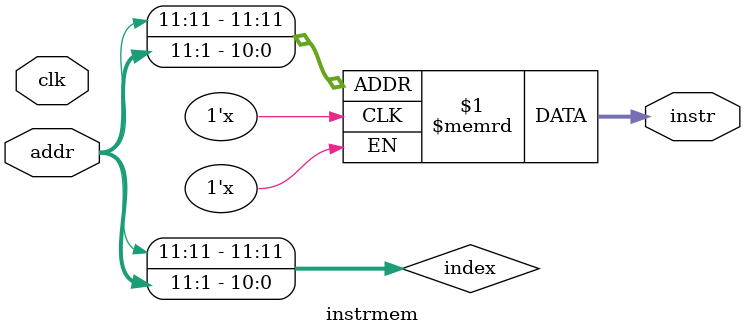
<source format=v>

module instrmem
(
    input clk,
    input [11:0] addr,
    output [15:0] instr
);

    wire [11:0] index;
    reg [15:0] mem[4095:0];

    assign index = {addr[11], addr[11:1]};
    assign instr = mem[index];

endmodule

</source>
